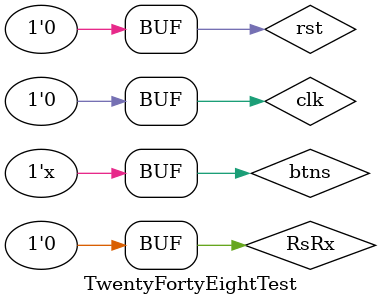
<source format=v>
`timescale 1ns / 1ps


module TwentyFortyEightTest;

	// Inputs
	reg RsRx;
	reg clk;
	reg rst;
	reg btns;

	// Outputs
	wire RsTx;

	// Instantiate the Unit Under Test (UUT)
	TwentyFortyEight uut (
		.RsRx(RsRx), 
		.clk(clk), 
		.rst(rst), 
		.RsTx(RsTx), 
		.btns(btns)
	);

	initial begin
		// Initialize Inputs
		RsRx = 0;
		clk = 0;
		rst = 0;
		btns = 0;

		// Wait 100 ns for global reset to finish
		#100;
        
		// Add stimulus here

	end
	
	always #300 btns <= !btns;
      
endmodule


</source>
